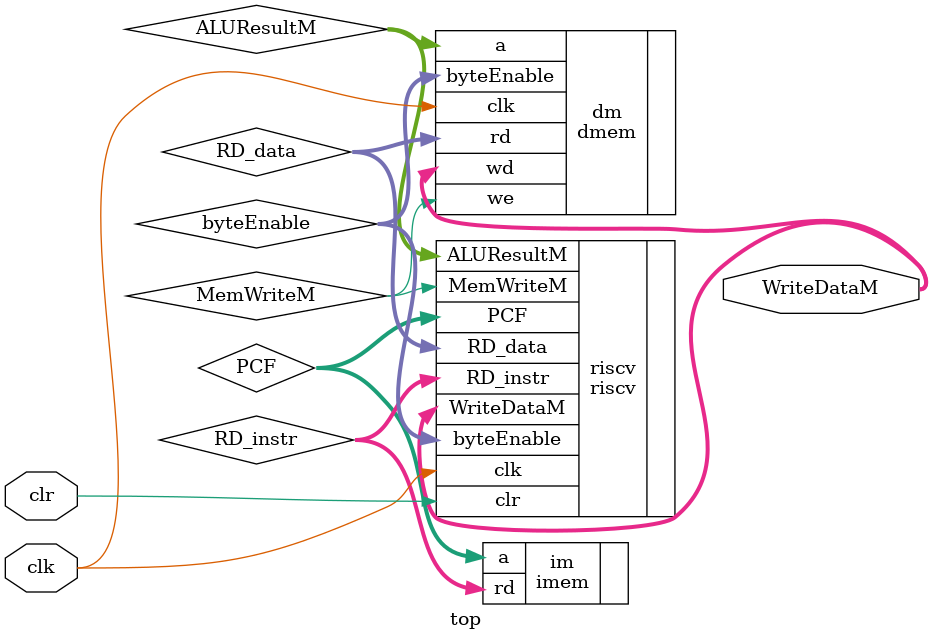
<source format=sv>

module top (input logic clk, clr,
            output logic [31:0] WriteDataM
    );

    logic [31:0] ALUResultM;
    logic [31:0] PCF;
    logic [31:0] RD_instr;
    logic [31:0] RD_data;
    logic MemWriteM;
    logic [3:0] byteEnable;

    riscv riscv(
        .clk(clk), .clr(clr),
        .RD_instr(RD_instr), .RD_data(RD_data),
        .PCF(PCF),
        .ALUResultM(ALUResultM), .WriteDataM(WriteDataM),
        .MemWriteM(MemWriteM),
        .byteEnable(byteEnable)
    );

    imem im(
        .a(PCF),
        .rd(RD_instr)
    );

    dmem dm(
        .clk(clk), .we(MemWriteM),
        .byteEnable(byteEnable),
        .a(ALUResultM), .wd(WriteDataM),
        .rd(RD_data)
    );
    
endmodule
</source>
